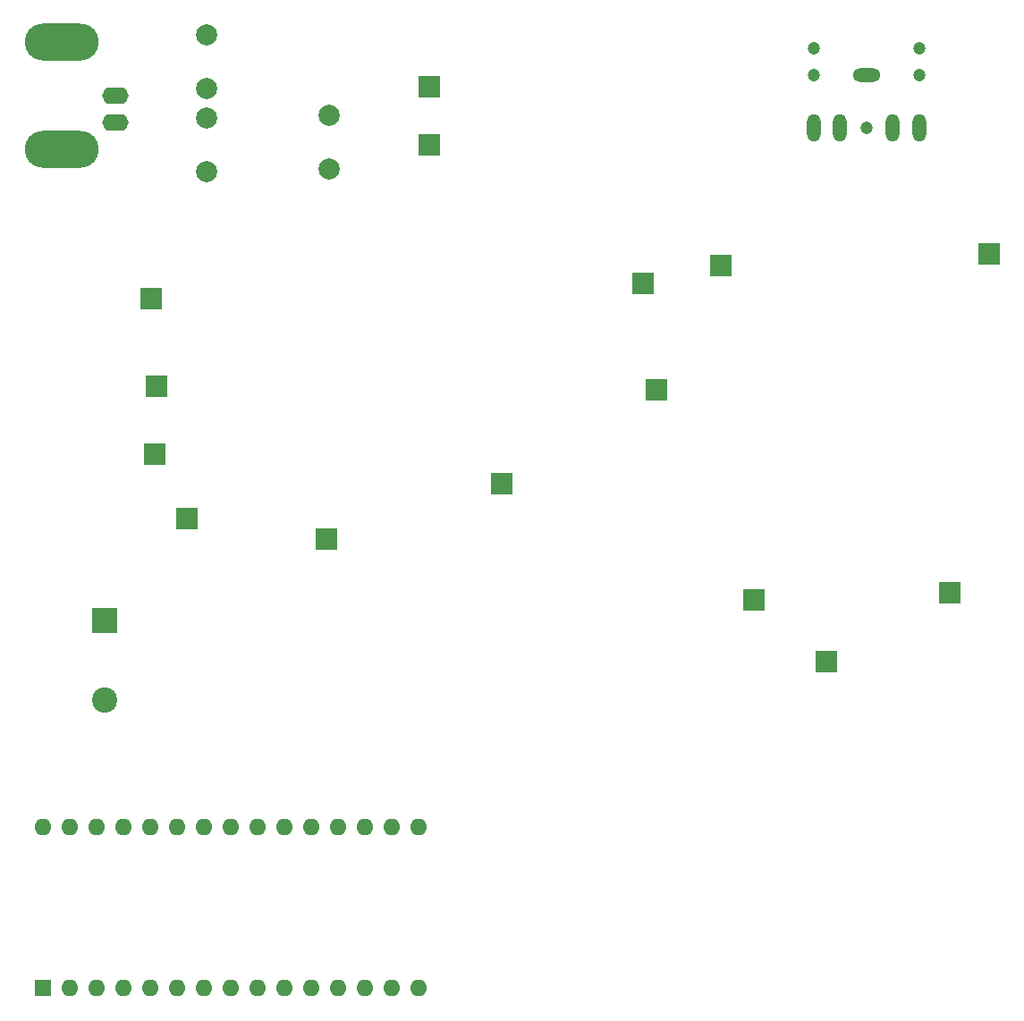
<source format=gbr>
%TF.GenerationSoftware,KiCad,Pcbnew,(6.0.4)*%
%TF.CreationDate,2022-04-28T21:28:56-07:00*%
%TF.ProjectId,Complete Schematic V4,436f6d70-6c65-4746-9520-536368656d61,rev?*%
%TF.SameCoordinates,Original*%
%TF.FileFunction,Soldermask,Bot*%
%TF.FilePolarity,Negative*%
%FSLAX46Y46*%
G04 Gerber Fmt 4.6, Leading zero omitted, Abs format (unit mm)*
G04 Created by KiCad (PCBNEW (6.0.4)) date 2022-04-28 21:28:56*
%MOMM*%
%LPD*%
G01*
G04 APERTURE LIST*
%ADD10C,1.200000*%
%ADD11O,2.616000X1.308000*%
%ADD12O,1.308000X2.616000*%
%ADD13C,2.000000*%
%ADD14R,2.400000X2.400000*%
%ADD15C,2.400000*%
%ADD16R,2.000000X2.000000*%
%ADD17R,1.600000X1.600000*%
%ADD18O,1.600000X1.600000*%
%ADD19O,2.500000X1.600000*%
%ADD20O,7.000000X3.500000*%
G04 APERTURE END LIST*
D10*
%TO.C,J2*%
X190600000Y-63500000D03*
X190600000Y-61000000D03*
X180600000Y-61000000D03*
X185600000Y-68500000D03*
X180600000Y-63500000D03*
D11*
X185600000Y-63500000D03*
D12*
X180600000Y-68500000D03*
X190600000Y-68500000D03*
X183100000Y-68500000D03*
X188100000Y-68500000D03*
%TD*%
D13*
%TO.C,L1*%
X123100000Y-59760000D03*
X123100000Y-64840000D03*
%TD*%
%TO.C,L2*%
X134700000Y-67360000D03*
X134700000Y-72440000D03*
%TD*%
%TO.C,L3*%
X123100000Y-67600000D03*
X123100000Y-72680000D03*
%TD*%
D14*
%TO.C,C13*%
X113500000Y-115187246D03*
D15*
X113500000Y-122687246D03*
%TD*%
D16*
%TO.C,TP13*%
X151100000Y-102200000D03*
%TD*%
%TO.C,TP14*%
X165700000Y-93300000D03*
%TD*%
%TO.C,TP15*%
X164400000Y-83300000D03*
%TD*%
%TO.C,TP12*%
X197200000Y-80500000D03*
%TD*%
%TO.C,TP2*%
X144200000Y-70100000D03*
%TD*%
%TO.C,TP9*%
X174900000Y-113200000D03*
%TD*%
D17*
%TO.C,A1*%
X107650000Y-150010000D03*
D18*
X110190000Y-150010000D03*
X112730000Y-150010000D03*
X115270000Y-150010000D03*
X117810000Y-150010000D03*
X120350000Y-150010000D03*
X122890000Y-150010000D03*
X125430000Y-150010000D03*
X127970000Y-150010000D03*
X130510000Y-150010000D03*
X133050000Y-150010000D03*
X135590000Y-150010000D03*
X138130000Y-150010000D03*
X140670000Y-150010000D03*
X143210000Y-150010000D03*
X143210000Y-134770000D03*
X140670000Y-134770000D03*
X138130000Y-134770000D03*
X135590000Y-134770000D03*
X133050000Y-134770000D03*
X130510000Y-134770000D03*
X127970000Y-134770000D03*
X125430000Y-134770000D03*
X122890000Y-134770000D03*
X120350000Y-134770000D03*
X117810000Y-134770000D03*
X115270000Y-134770000D03*
X112730000Y-134770000D03*
X110190000Y-134770000D03*
X107650000Y-134770000D03*
%TD*%
D16*
%TO.C,TP5*%
X118237500Y-99400000D03*
%TD*%
%TO.C,TP1*%
X144200000Y-64600000D03*
%TD*%
%TO.C,TP10*%
X193500000Y-112600000D03*
%TD*%
D19*
%TO.C,J1*%
X114450000Y-65500000D03*
X114450000Y-68040000D03*
D20*
X109370000Y-70580000D03*
X109370000Y-60420000D03*
%TD*%
D16*
%TO.C,TP11*%
X171800000Y-81600000D03*
%TD*%
%TO.C,TP4*%
X118337500Y-93000000D03*
%TD*%
%TO.C,TP8*%
X134500000Y-107500000D03*
%TD*%
%TO.C,TP6*%
X117900000Y-84700000D03*
%TD*%
%TO.C,TP7*%
X181800000Y-119100000D03*
%TD*%
%TO.C,TP3*%
X121237500Y-105500000D03*
%TD*%
M02*

</source>
